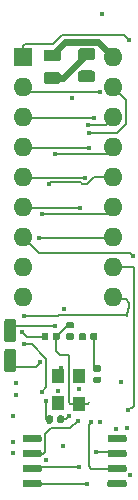
<source format=gbr>
G04 #@! TF.GenerationSoftware,KiCad,Pcbnew,5.1.5+dfsg1-2build2*
G04 #@! TF.CreationDate,2023-02-25T19:10:51+00:00*
G04 #@! TF.ProjectId,video-ram-replacement,76696465-6f2d-4726-916d-2d7265706c61,rev?*
G04 #@! TF.SameCoordinates,Original*
G04 #@! TF.FileFunction,Copper,L4,Bot*
G04 #@! TF.FilePolarity,Positive*
%FSLAX46Y46*%
G04 Gerber Fmt 4.6, Leading zero omitted, Abs format (unit mm)*
G04 Created by KiCad (PCBNEW 5.1.5+dfsg1-2build2) date 2023-02-25 19:10:51*
%MOMM*%
%LPD*%
G04 APERTURE LIST*
%ADD10R,1.100000X1.300000*%
%ADD11C,0.150000*%
%ADD12O,1.600000X1.600000*%
%ADD13R,1.600000X1.600000*%
%ADD14C,0.400000*%
%ADD15C,0.600000*%
%ADD16C,0.200000*%
G04 APERTURE END LIST*
D10*
X102622000Y-116645000D03*
X100822000Y-118935000D03*
X102622000Y-118945000D03*
X100832000Y-116635000D03*
G04 #@! TA.AperFunction,SMDPad,CuDef*
D11*
G36*
X97048504Y-111777204D02*
G01*
X97072773Y-111780804D01*
X97096571Y-111786765D01*
X97119671Y-111795030D01*
X97141849Y-111805520D01*
X97162893Y-111818133D01*
X97182598Y-111832747D01*
X97200777Y-111849223D01*
X97217253Y-111867402D01*
X97231867Y-111887107D01*
X97244480Y-111908151D01*
X97254970Y-111930329D01*
X97263235Y-111953429D01*
X97269196Y-111977227D01*
X97272796Y-112001496D01*
X97274000Y-112026000D01*
X97274000Y-113526000D01*
X97272796Y-113550504D01*
X97269196Y-113574773D01*
X97263235Y-113598571D01*
X97254970Y-113621671D01*
X97244480Y-113643849D01*
X97231867Y-113664893D01*
X97217253Y-113684598D01*
X97200777Y-113702777D01*
X97182598Y-113719253D01*
X97162893Y-113733867D01*
X97141849Y-113746480D01*
X97119671Y-113756970D01*
X97096571Y-113765235D01*
X97072773Y-113771196D01*
X97048504Y-113774796D01*
X97024000Y-113776000D01*
X96524000Y-113776000D01*
X96499496Y-113774796D01*
X96475227Y-113771196D01*
X96451429Y-113765235D01*
X96428329Y-113756970D01*
X96406151Y-113746480D01*
X96385107Y-113733867D01*
X96365402Y-113719253D01*
X96347223Y-113702777D01*
X96330747Y-113684598D01*
X96316133Y-113664893D01*
X96303520Y-113643849D01*
X96293030Y-113621671D01*
X96284765Y-113598571D01*
X96278804Y-113574773D01*
X96275204Y-113550504D01*
X96274000Y-113526000D01*
X96274000Y-112026000D01*
X96275204Y-112001496D01*
X96278804Y-111977227D01*
X96284765Y-111953429D01*
X96293030Y-111930329D01*
X96303520Y-111908151D01*
X96316133Y-111887107D01*
X96330747Y-111867402D01*
X96347223Y-111849223D01*
X96365402Y-111832747D01*
X96385107Y-111818133D01*
X96406151Y-111805520D01*
X96428329Y-111795030D01*
X96451429Y-111786765D01*
X96475227Y-111780804D01*
X96499496Y-111777204D01*
X96524000Y-111776000D01*
X97024000Y-111776000D01*
X97048504Y-111777204D01*
G37*
G04 #@! TD.AperFunction*
G04 #@! TA.AperFunction,SMDPad,CuDef*
G36*
X97048504Y-114317204D02*
G01*
X97072773Y-114320804D01*
X97096571Y-114326765D01*
X97119671Y-114335030D01*
X97141849Y-114345520D01*
X97162893Y-114358133D01*
X97182598Y-114372747D01*
X97200777Y-114389223D01*
X97217253Y-114407402D01*
X97231867Y-114427107D01*
X97244480Y-114448151D01*
X97254970Y-114470329D01*
X97263235Y-114493429D01*
X97269196Y-114517227D01*
X97272796Y-114541496D01*
X97274000Y-114566000D01*
X97274000Y-116066000D01*
X97272796Y-116090504D01*
X97269196Y-116114773D01*
X97263235Y-116138571D01*
X97254970Y-116161671D01*
X97244480Y-116183849D01*
X97231867Y-116204893D01*
X97217253Y-116224598D01*
X97200777Y-116242777D01*
X97182598Y-116259253D01*
X97162893Y-116273867D01*
X97141849Y-116286480D01*
X97119671Y-116296970D01*
X97096571Y-116305235D01*
X97072773Y-116311196D01*
X97048504Y-116314796D01*
X97024000Y-116316000D01*
X96524000Y-116316000D01*
X96499496Y-116314796D01*
X96475227Y-116311196D01*
X96451429Y-116305235D01*
X96428329Y-116296970D01*
X96406151Y-116286480D01*
X96385107Y-116273867D01*
X96365402Y-116259253D01*
X96347223Y-116242777D01*
X96330747Y-116224598D01*
X96316133Y-116204893D01*
X96303520Y-116183849D01*
X96293030Y-116161671D01*
X96284765Y-116138571D01*
X96278804Y-116114773D01*
X96275204Y-116090504D01*
X96274000Y-116066000D01*
X96274000Y-114566000D01*
X96275204Y-114541496D01*
X96278804Y-114517227D01*
X96284765Y-114493429D01*
X96293030Y-114470329D01*
X96303520Y-114448151D01*
X96316133Y-114427107D01*
X96330747Y-114407402D01*
X96347223Y-114389223D01*
X96365402Y-114372747D01*
X96385107Y-114358133D01*
X96406151Y-114345520D01*
X96428329Y-114335030D01*
X96451429Y-114326765D01*
X96475227Y-114320804D01*
X96499496Y-114317204D01*
X96524000Y-114316000D01*
X97024000Y-114316000D01*
X97048504Y-114317204D01*
G37*
G04 #@! TD.AperFunction*
D12*
X105515000Y-89648000D03*
X97895000Y-109968000D03*
X105515000Y-92188000D03*
X97895000Y-107428000D03*
X105515000Y-94728000D03*
X97895000Y-104888000D03*
X105515000Y-97268000D03*
X97895000Y-102348000D03*
X105515000Y-99808000D03*
X97895000Y-99808000D03*
X105515000Y-102348000D03*
X97895000Y-97268000D03*
X105515000Y-104888000D03*
X97895000Y-94728000D03*
X105515000Y-107428000D03*
X97895000Y-92188000D03*
X105515000Y-109968000D03*
D13*
X97895000Y-89648000D03*
G04 #@! TA.AperFunction,SMDPad,CuDef*
D11*
G36*
X99299703Y-121620722D02*
G01*
X99314264Y-121622882D01*
X99328543Y-121626459D01*
X99342403Y-121631418D01*
X99355710Y-121637712D01*
X99368336Y-121645280D01*
X99380159Y-121654048D01*
X99391066Y-121663934D01*
X99400952Y-121674841D01*
X99409720Y-121686664D01*
X99417288Y-121699290D01*
X99423582Y-121712597D01*
X99428541Y-121726457D01*
X99432118Y-121740736D01*
X99434278Y-121755297D01*
X99435000Y-121770000D01*
X99435000Y-122070000D01*
X99434278Y-122084703D01*
X99432118Y-122099264D01*
X99428541Y-122113543D01*
X99423582Y-122127403D01*
X99417288Y-122140710D01*
X99409720Y-122153336D01*
X99400952Y-122165159D01*
X99391066Y-122176066D01*
X99380159Y-122185952D01*
X99368336Y-122194720D01*
X99355710Y-122202288D01*
X99342403Y-122208582D01*
X99328543Y-122213541D01*
X99314264Y-122217118D01*
X99299703Y-122219278D01*
X99285000Y-122220000D01*
X97985000Y-122220000D01*
X97970297Y-122219278D01*
X97955736Y-122217118D01*
X97941457Y-122213541D01*
X97927597Y-122208582D01*
X97914290Y-122202288D01*
X97901664Y-122194720D01*
X97889841Y-122185952D01*
X97878934Y-122176066D01*
X97869048Y-122165159D01*
X97860280Y-122153336D01*
X97852712Y-122140710D01*
X97846418Y-122127403D01*
X97841459Y-122113543D01*
X97837882Y-122099264D01*
X97835722Y-122084703D01*
X97835000Y-122070000D01*
X97835000Y-121770000D01*
X97835722Y-121755297D01*
X97837882Y-121740736D01*
X97841459Y-121726457D01*
X97846418Y-121712597D01*
X97852712Y-121699290D01*
X97860280Y-121686664D01*
X97869048Y-121674841D01*
X97878934Y-121663934D01*
X97889841Y-121654048D01*
X97901664Y-121645280D01*
X97914290Y-121637712D01*
X97927597Y-121631418D01*
X97941457Y-121626459D01*
X97955736Y-121622882D01*
X97970297Y-121620722D01*
X97985000Y-121620000D01*
X99285000Y-121620000D01*
X99299703Y-121620722D01*
G37*
G04 #@! TD.AperFunction*
G04 #@! TA.AperFunction,SMDPad,CuDef*
G36*
X99299703Y-122890722D02*
G01*
X99314264Y-122892882D01*
X99328543Y-122896459D01*
X99342403Y-122901418D01*
X99355710Y-122907712D01*
X99368336Y-122915280D01*
X99380159Y-122924048D01*
X99391066Y-122933934D01*
X99400952Y-122944841D01*
X99409720Y-122956664D01*
X99417288Y-122969290D01*
X99423582Y-122982597D01*
X99428541Y-122996457D01*
X99432118Y-123010736D01*
X99434278Y-123025297D01*
X99435000Y-123040000D01*
X99435000Y-123340000D01*
X99434278Y-123354703D01*
X99432118Y-123369264D01*
X99428541Y-123383543D01*
X99423582Y-123397403D01*
X99417288Y-123410710D01*
X99409720Y-123423336D01*
X99400952Y-123435159D01*
X99391066Y-123446066D01*
X99380159Y-123455952D01*
X99368336Y-123464720D01*
X99355710Y-123472288D01*
X99342403Y-123478582D01*
X99328543Y-123483541D01*
X99314264Y-123487118D01*
X99299703Y-123489278D01*
X99285000Y-123490000D01*
X97985000Y-123490000D01*
X97970297Y-123489278D01*
X97955736Y-123487118D01*
X97941457Y-123483541D01*
X97927597Y-123478582D01*
X97914290Y-123472288D01*
X97901664Y-123464720D01*
X97889841Y-123455952D01*
X97878934Y-123446066D01*
X97869048Y-123435159D01*
X97860280Y-123423336D01*
X97852712Y-123410710D01*
X97846418Y-123397403D01*
X97841459Y-123383543D01*
X97837882Y-123369264D01*
X97835722Y-123354703D01*
X97835000Y-123340000D01*
X97835000Y-123040000D01*
X97835722Y-123025297D01*
X97837882Y-123010736D01*
X97841459Y-122996457D01*
X97846418Y-122982597D01*
X97852712Y-122969290D01*
X97860280Y-122956664D01*
X97869048Y-122944841D01*
X97878934Y-122933934D01*
X97889841Y-122924048D01*
X97901664Y-122915280D01*
X97914290Y-122907712D01*
X97927597Y-122901418D01*
X97941457Y-122896459D01*
X97955736Y-122892882D01*
X97970297Y-122890722D01*
X97985000Y-122890000D01*
X99285000Y-122890000D01*
X99299703Y-122890722D01*
G37*
G04 #@! TD.AperFunction*
G04 #@! TA.AperFunction,SMDPad,CuDef*
G36*
X99299703Y-124160722D02*
G01*
X99314264Y-124162882D01*
X99328543Y-124166459D01*
X99342403Y-124171418D01*
X99355710Y-124177712D01*
X99368336Y-124185280D01*
X99380159Y-124194048D01*
X99391066Y-124203934D01*
X99400952Y-124214841D01*
X99409720Y-124226664D01*
X99417288Y-124239290D01*
X99423582Y-124252597D01*
X99428541Y-124266457D01*
X99432118Y-124280736D01*
X99434278Y-124295297D01*
X99435000Y-124310000D01*
X99435000Y-124610000D01*
X99434278Y-124624703D01*
X99432118Y-124639264D01*
X99428541Y-124653543D01*
X99423582Y-124667403D01*
X99417288Y-124680710D01*
X99409720Y-124693336D01*
X99400952Y-124705159D01*
X99391066Y-124716066D01*
X99380159Y-124725952D01*
X99368336Y-124734720D01*
X99355710Y-124742288D01*
X99342403Y-124748582D01*
X99328543Y-124753541D01*
X99314264Y-124757118D01*
X99299703Y-124759278D01*
X99285000Y-124760000D01*
X97985000Y-124760000D01*
X97970297Y-124759278D01*
X97955736Y-124757118D01*
X97941457Y-124753541D01*
X97927597Y-124748582D01*
X97914290Y-124742288D01*
X97901664Y-124734720D01*
X97889841Y-124725952D01*
X97878934Y-124716066D01*
X97869048Y-124705159D01*
X97860280Y-124693336D01*
X97852712Y-124680710D01*
X97846418Y-124667403D01*
X97841459Y-124653543D01*
X97837882Y-124639264D01*
X97835722Y-124624703D01*
X97835000Y-124610000D01*
X97835000Y-124310000D01*
X97835722Y-124295297D01*
X97837882Y-124280736D01*
X97841459Y-124266457D01*
X97846418Y-124252597D01*
X97852712Y-124239290D01*
X97860280Y-124226664D01*
X97869048Y-124214841D01*
X97878934Y-124203934D01*
X97889841Y-124194048D01*
X97901664Y-124185280D01*
X97914290Y-124177712D01*
X97927597Y-124171418D01*
X97941457Y-124166459D01*
X97955736Y-124162882D01*
X97970297Y-124160722D01*
X97985000Y-124160000D01*
X99285000Y-124160000D01*
X99299703Y-124160722D01*
G37*
G04 #@! TD.AperFunction*
G04 #@! TA.AperFunction,SMDPad,CuDef*
G36*
X99299703Y-125430722D02*
G01*
X99314264Y-125432882D01*
X99328543Y-125436459D01*
X99342403Y-125441418D01*
X99355710Y-125447712D01*
X99368336Y-125455280D01*
X99380159Y-125464048D01*
X99391066Y-125473934D01*
X99400952Y-125484841D01*
X99409720Y-125496664D01*
X99417288Y-125509290D01*
X99423582Y-125522597D01*
X99428541Y-125536457D01*
X99432118Y-125550736D01*
X99434278Y-125565297D01*
X99435000Y-125580000D01*
X99435000Y-125880000D01*
X99434278Y-125894703D01*
X99432118Y-125909264D01*
X99428541Y-125923543D01*
X99423582Y-125937403D01*
X99417288Y-125950710D01*
X99409720Y-125963336D01*
X99400952Y-125975159D01*
X99391066Y-125986066D01*
X99380159Y-125995952D01*
X99368336Y-126004720D01*
X99355710Y-126012288D01*
X99342403Y-126018582D01*
X99328543Y-126023541D01*
X99314264Y-126027118D01*
X99299703Y-126029278D01*
X99285000Y-126030000D01*
X97985000Y-126030000D01*
X97970297Y-126029278D01*
X97955736Y-126027118D01*
X97941457Y-126023541D01*
X97927597Y-126018582D01*
X97914290Y-126012288D01*
X97901664Y-126004720D01*
X97889841Y-125995952D01*
X97878934Y-125986066D01*
X97869048Y-125975159D01*
X97860280Y-125963336D01*
X97852712Y-125950710D01*
X97846418Y-125937403D01*
X97841459Y-125923543D01*
X97837882Y-125909264D01*
X97835722Y-125894703D01*
X97835000Y-125880000D01*
X97835000Y-125580000D01*
X97835722Y-125565297D01*
X97837882Y-125550736D01*
X97841459Y-125536457D01*
X97846418Y-125522597D01*
X97852712Y-125509290D01*
X97860280Y-125496664D01*
X97869048Y-125484841D01*
X97878934Y-125473934D01*
X97889841Y-125464048D01*
X97901664Y-125455280D01*
X97914290Y-125447712D01*
X97927597Y-125441418D01*
X97941457Y-125436459D01*
X97955736Y-125432882D01*
X97970297Y-125430722D01*
X97985000Y-125430000D01*
X99285000Y-125430000D01*
X99299703Y-125430722D01*
G37*
G04 #@! TD.AperFunction*
G04 #@! TA.AperFunction,SMDPad,CuDef*
G36*
X106499703Y-125430722D02*
G01*
X106514264Y-125432882D01*
X106528543Y-125436459D01*
X106542403Y-125441418D01*
X106555710Y-125447712D01*
X106568336Y-125455280D01*
X106580159Y-125464048D01*
X106591066Y-125473934D01*
X106600952Y-125484841D01*
X106609720Y-125496664D01*
X106617288Y-125509290D01*
X106623582Y-125522597D01*
X106628541Y-125536457D01*
X106632118Y-125550736D01*
X106634278Y-125565297D01*
X106635000Y-125580000D01*
X106635000Y-125880000D01*
X106634278Y-125894703D01*
X106632118Y-125909264D01*
X106628541Y-125923543D01*
X106623582Y-125937403D01*
X106617288Y-125950710D01*
X106609720Y-125963336D01*
X106600952Y-125975159D01*
X106591066Y-125986066D01*
X106580159Y-125995952D01*
X106568336Y-126004720D01*
X106555710Y-126012288D01*
X106542403Y-126018582D01*
X106528543Y-126023541D01*
X106514264Y-126027118D01*
X106499703Y-126029278D01*
X106485000Y-126030000D01*
X105185000Y-126030000D01*
X105170297Y-126029278D01*
X105155736Y-126027118D01*
X105141457Y-126023541D01*
X105127597Y-126018582D01*
X105114290Y-126012288D01*
X105101664Y-126004720D01*
X105089841Y-125995952D01*
X105078934Y-125986066D01*
X105069048Y-125975159D01*
X105060280Y-125963336D01*
X105052712Y-125950710D01*
X105046418Y-125937403D01*
X105041459Y-125923543D01*
X105037882Y-125909264D01*
X105035722Y-125894703D01*
X105035000Y-125880000D01*
X105035000Y-125580000D01*
X105035722Y-125565297D01*
X105037882Y-125550736D01*
X105041459Y-125536457D01*
X105046418Y-125522597D01*
X105052712Y-125509290D01*
X105060280Y-125496664D01*
X105069048Y-125484841D01*
X105078934Y-125473934D01*
X105089841Y-125464048D01*
X105101664Y-125455280D01*
X105114290Y-125447712D01*
X105127597Y-125441418D01*
X105141457Y-125436459D01*
X105155736Y-125432882D01*
X105170297Y-125430722D01*
X105185000Y-125430000D01*
X106485000Y-125430000D01*
X106499703Y-125430722D01*
G37*
G04 #@! TD.AperFunction*
G04 #@! TA.AperFunction,SMDPad,CuDef*
G36*
X106499703Y-124160722D02*
G01*
X106514264Y-124162882D01*
X106528543Y-124166459D01*
X106542403Y-124171418D01*
X106555710Y-124177712D01*
X106568336Y-124185280D01*
X106580159Y-124194048D01*
X106591066Y-124203934D01*
X106600952Y-124214841D01*
X106609720Y-124226664D01*
X106617288Y-124239290D01*
X106623582Y-124252597D01*
X106628541Y-124266457D01*
X106632118Y-124280736D01*
X106634278Y-124295297D01*
X106635000Y-124310000D01*
X106635000Y-124610000D01*
X106634278Y-124624703D01*
X106632118Y-124639264D01*
X106628541Y-124653543D01*
X106623582Y-124667403D01*
X106617288Y-124680710D01*
X106609720Y-124693336D01*
X106600952Y-124705159D01*
X106591066Y-124716066D01*
X106580159Y-124725952D01*
X106568336Y-124734720D01*
X106555710Y-124742288D01*
X106542403Y-124748582D01*
X106528543Y-124753541D01*
X106514264Y-124757118D01*
X106499703Y-124759278D01*
X106485000Y-124760000D01*
X105185000Y-124760000D01*
X105170297Y-124759278D01*
X105155736Y-124757118D01*
X105141457Y-124753541D01*
X105127597Y-124748582D01*
X105114290Y-124742288D01*
X105101664Y-124734720D01*
X105089841Y-124725952D01*
X105078934Y-124716066D01*
X105069048Y-124705159D01*
X105060280Y-124693336D01*
X105052712Y-124680710D01*
X105046418Y-124667403D01*
X105041459Y-124653543D01*
X105037882Y-124639264D01*
X105035722Y-124624703D01*
X105035000Y-124610000D01*
X105035000Y-124310000D01*
X105035722Y-124295297D01*
X105037882Y-124280736D01*
X105041459Y-124266457D01*
X105046418Y-124252597D01*
X105052712Y-124239290D01*
X105060280Y-124226664D01*
X105069048Y-124214841D01*
X105078934Y-124203934D01*
X105089841Y-124194048D01*
X105101664Y-124185280D01*
X105114290Y-124177712D01*
X105127597Y-124171418D01*
X105141457Y-124166459D01*
X105155736Y-124162882D01*
X105170297Y-124160722D01*
X105185000Y-124160000D01*
X106485000Y-124160000D01*
X106499703Y-124160722D01*
G37*
G04 #@! TD.AperFunction*
G04 #@! TA.AperFunction,SMDPad,CuDef*
G36*
X106499703Y-122890722D02*
G01*
X106514264Y-122892882D01*
X106528543Y-122896459D01*
X106542403Y-122901418D01*
X106555710Y-122907712D01*
X106568336Y-122915280D01*
X106580159Y-122924048D01*
X106591066Y-122933934D01*
X106600952Y-122944841D01*
X106609720Y-122956664D01*
X106617288Y-122969290D01*
X106623582Y-122982597D01*
X106628541Y-122996457D01*
X106632118Y-123010736D01*
X106634278Y-123025297D01*
X106635000Y-123040000D01*
X106635000Y-123340000D01*
X106634278Y-123354703D01*
X106632118Y-123369264D01*
X106628541Y-123383543D01*
X106623582Y-123397403D01*
X106617288Y-123410710D01*
X106609720Y-123423336D01*
X106600952Y-123435159D01*
X106591066Y-123446066D01*
X106580159Y-123455952D01*
X106568336Y-123464720D01*
X106555710Y-123472288D01*
X106542403Y-123478582D01*
X106528543Y-123483541D01*
X106514264Y-123487118D01*
X106499703Y-123489278D01*
X106485000Y-123490000D01*
X105185000Y-123490000D01*
X105170297Y-123489278D01*
X105155736Y-123487118D01*
X105141457Y-123483541D01*
X105127597Y-123478582D01*
X105114290Y-123472288D01*
X105101664Y-123464720D01*
X105089841Y-123455952D01*
X105078934Y-123446066D01*
X105069048Y-123435159D01*
X105060280Y-123423336D01*
X105052712Y-123410710D01*
X105046418Y-123397403D01*
X105041459Y-123383543D01*
X105037882Y-123369264D01*
X105035722Y-123354703D01*
X105035000Y-123340000D01*
X105035000Y-123040000D01*
X105035722Y-123025297D01*
X105037882Y-123010736D01*
X105041459Y-122996457D01*
X105046418Y-122982597D01*
X105052712Y-122969290D01*
X105060280Y-122956664D01*
X105069048Y-122944841D01*
X105078934Y-122933934D01*
X105089841Y-122924048D01*
X105101664Y-122915280D01*
X105114290Y-122907712D01*
X105127597Y-122901418D01*
X105141457Y-122896459D01*
X105155736Y-122892882D01*
X105170297Y-122890722D01*
X105185000Y-122890000D01*
X106485000Y-122890000D01*
X106499703Y-122890722D01*
G37*
G04 #@! TD.AperFunction*
G04 #@! TA.AperFunction,SMDPad,CuDef*
G36*
X106499703Y-121620722D02*
G01*
X106514264Y-121622882D01*
X106528543Y-121626459D01*
X106542403Y-121631418D01*
X106555710Y-121637712D01*
X106568336Y-121645280D01*
X106580159Y-121654048D01*
X106591066Y-121663934D01*
X106600952Y-121674841D01*
X106609720Y-121686664D01*
X106617288Y-121699290D01*
X106623582Y-121712597D01*
X106628541Y-121726457D01*
X106632118Y-121740736D01*
X106634278Y-121755297D01*
X106635000Y-121770000D01*
X106635000Y-122070000D01*
X106634278Y-122084703D01*
X106632118Y-122099264D01*
X106628541Y-122113543D01*
X106623582Y-122127403D01*
X106617288Y-122140710D01*
X106609720Y-122153336D01*
X106600952Y-122165159D01*
X106591066Y-122176066D01*
X106580159Y-122185952D01*
X106568336Y-122194720D01*
X106555710Y-122202288D01*
X106542403Y-122208582D01*
X106528543Y-122213541D01*
X106514264Y-122217118D01*
X106499703Y-122219278D01*
X106485000Y-122220000D01*
X105185000Y-122220000D01*
X105170297Y-122219278D01*
X105155736Y-122217118D01*
X105141457Y-122213541D01*
X105127597Y-122208582D01*
X105114290Y-122202288D01*
X105101664Y-122194720D01*
X105089841Y-122185952D01*
X105078934Y-122176066D01*
X105069048Y-122165159D01*
X105060280Y-122153336D01*
X105052712Y-122140710D01*
X105046418Y-122127403D01*
X105041459Y-122113543D01*
X105037882Y-122099264D01*
X105035722Y-122084703D01*
X105035000Y-122070000D01*
X105035000Y-121770000D01*
X105035722Y-121755297D01*
X105037882Y-121740736D01*
X105041459Y-121726457D01*
X105046418Y-121712597D01*
X105052712Y-121699290D01*
X105060280Y-121686664D01*
X105069048Y-121674841D01*
X105078934Y-121663934D01*
X105089841Y-121654048D01*
X105101664Y-121645280D01*
X105114290Y-121637712D01*
X105127597Y-121631418D01*
X105141457Y-121626459D01*
X105155736Y-121622882D01*
X105170297Y-121620722D01*
X105185000Y-121620000D01*
X106485000Y-121620000D01*
X106499703Y-121620722D01*
G37*
G04 #@! TD.AperFunction*
G04 #@! TA.AperFunction,SMDPad,CuDef*
G36*
X103750504Y-88848204D02*
G01*
X103774773Y-88851804D01*
X103798571Y-88857765D01*
X103821671Y-88866030D01*
X103843849Y-88876520D01*
X103864893Y-88889133D01*
X103884598Y-88903747D01*
X103902777Y-88920223D01*
X103919253Y-88938402D01*
X103933867Y-88958107D01*
X103946480Y-88979151D01*
X103956970Y-89001329D01*
X103965235Y-89024429D01*
X103971196Y-89048227D01*
X103974796Y-89072496D01*
X103976000Y-89097000D01*
X103976000Y-89597000D01*
X103974796Y-89621504D01*
X103971196Y-89645773D01*
X103965235Y-89669571D01*
X103956970Y-89692671D01*
X103946480Y-89714849D01*
X103933867Y-89735893D01*
X103919253Y-89755598D01*
X103902777Y-89773777D01*
X103884598Y-89790253D01*
X103864893Y-89804867D01*
X103843849Y-89817480D01*
X103821671Y-89827970D01*
X103798571Y-89836235D01*
X103774773Y-89842196D01*
X103750504Y-89845796D01*
X103726000Y-89847000D01*
X102776000Y-89847000D01*
X102751496Y-89845796D01*
X102727227Y-89842196D01*
X102703429Y-89836235D01*
X102680329Y-89827970D01*
X102658151Y-89817480D01*
X102637107Y-89804867D01*
X102617402Y-89790253D01*
X102599223Y-89773777D01*
X102582747Y-89755598D01*
X102568133Y-89735893D01*
X102555520Y-89714849D01*
X102545030Y-89692671D01*
X102536765Y-89669571D01*
X102530804Y-89645773D01*
X102527204Y-89621504D01*
X102526000Y-89597000D01*
X102526000Y-89097000D01*
X102527204Y-89072496D01*
X102530804Y-89048227D01*
X102536765Y-89024429D01*
X102545030Y-89001329D01*
X102555520Y-88979151D01*
X102568133Y-88958107D01*
X102582747Y-88938402D01*
X102599223Y-88920223D01*
X102617402Y-88903747D01*
X102637107Y-88889133D01*
X102658151Y-88876520D01*
X102680329Y-88866030D01*
X102703429Y-88857765D01*
X102727227Y-88851804D01*
X102751496Y-88848204D01*
X102776000Y-88847000D01*
X103726000Y-88847000D01*
X103750504Y-88848204D01*
G37*
G04 #@! TD.AperFunction*
G04 #@! TA.AperFunction,SMDPad,CuDef*
G36*
X103750504Y-90748204D02*
G01*
X103774773Y-90751804D01*
X103798571Y-90757765D01*
X103821671Y-90766030D01*
X103843849Y-90776520D01*
X103864893Y-90789133D01*
X103884598Y-90803747D01*
X103902777Y-90820223D01*
X103919253Y-90838402D01*
X103933867Y-90858107D01*
X103946480Y-90879151D01*
X103956970Y-90901329D01*
X103965235Y-90924429D01*
X103971196Y-90948227D01*
X103974796Y-90972496D01*
X103976000Y-90997000D01*
X103976000Y-91497000D01*
X103974796Y-91521504D01*
X103971196Y-91545773D01*
X103965235Y-91569571D01*
X103956970Y-91592671D01*
X103946480Y-91614849D01*
X103933867Y-91635893D01*
X103919253Y-91655598D01*
X103902777Y-91673777D01*
X103884598Y-91690253D01*
X103864893Y-91704867D01*
X103843849Y-91717480D01*
X103821671Y-91727970D01*
X103798571Y-91736235D01*
X103774773Y-91742196D01*
X103750504Y-91745796D01*
X103726000Y-91747000D01*
X102776000Y-91747000D01*
X102751496Y-91745796D01*
X102727227Y-91742196D01*
X102703429Y-91736235D01*
X102680329Y-91727970D01*
X102658151Y-91717480D01*
X102637107Y-91704867D01*
X102617402Y-91690253D01*
X102599223Y-91673777D01*
X102582747Y-91655598D01*
X102568133Y-91635893D01*
X102555520Y-91614849D01*
X102545030Y-91592671D01*
X102536765Y-91569571D01*
X102530804Y-91545773D01*
X102527204Y-91521504D01*
X102526000Y-91497000D01*
X102526000Y-90997000D01*
X102527204Y-90972496D01*
X102530804Y-90948227D01*
X102536765Y-90924429D01*
X102545030Y-90901329D01*
X102555520Y-90879151D01*
X102568133Y-90858107D01*
X102582747Y-90838402D01*
X102599223Y-90820223D01*
X102617402Y-90803747D01*
X102637107Y-90789133D01*
X102658151Y-90776520D01*
X102680329Y-90766030D01*
X102703429Y-90757765D01*
X102727227Y-90751804D01*
X102751496Y-90748204D01*
X102776000Y-90747000D01*
X103726000Y-90747000D01*
X103750504Y-90748204D01*
G37*
G04 #@! TD.AperFunction*
G04 #@! TA.AperFunction,SMDPad,CuDef*
G36*
X100829504Y-90875204D02*
G01*
X100853773Y-90878804D01*
X100877571Y-90884765D01*
X100900671Y-90893030D01*
X100922849Y-90903520D01*
X100943893Y-90916133D01*
X100963598Y-90930747D01*
X100981777Y-90947223D01*
X100998253Y-90965402D01*
X101012867Y-90985107D01*
X101025480Y-91006151D01*
X101035970Y-91028329D01*
X101044235Y-91051429D01*
X101050196Y-91075227D01*
X101053796Y-91099496D01*
X101055000Y-91124000D01*
X101055000Y-91624000D01*
X101053796Y-91648504D01*
X101050196Y-91672773D01*
X101044235Y-91696571D01*
X101035970Y-91719671D01*
X101025480Y-91741849D01*
X101012867Y-91762893D01*
X100998253Y-91782598D01*
X100981777Y-91800777D01*
X100963598Y-91817253D01*
X100943893Y-91831867D01*
X100922849Y-91844480D01*
X100900671Y-91854970D01*
X100877571Y-91863235D01*
X100853773Y-91869196D01*
X100829504Y-91872796D01*
X100805000Y-91874000D01*
X99855000Y-91874000D01*
X99830496Y-91872796D01*
X99806227Y-91869196D01*
X99782429Y-91863235D01*
X99759329Y-91854970D01*
X99737151Y-91844480D01*
X99716107Y-91831867D01*
X99696402Y-91817253D01*
X99678223Y-91800777D01*
X99661747Y-91782598D01*
X99647133Y-91762893D01*
X99634520Y-91741849D01*
X99624030Y-91719671D01*
X99615765Y-91696571D01*
X99609804Y-91672773D01*
X99606204Y-91648504D01*
X99605000Y-91624000D01*
X99605000Y-91124000D01*
X99606204Y-91099496D01*
X99609804Y-91075227D01*
X99615765Y-91051429D01*
X99624030Y-91028329D01*
X99634520Y-91006151D01*
X99647133Y-90985107D01*
X99661747Y-90965402D01*
X99678223Y-90947223D01*
X99696402Y-90930747D01*
X99716107Y-90916133D01*
X99737151Y-90903520D01*
X99759329Y-90893030D01*
X99782429Y-90884765D01*
X99806227Y-90878804D01*
X99830496Y-90875204D01*
X99855000Y-90874000D01*
X100805000Y-90874000D01*
X100829504Y-90875204D01*
G37*
G04 #@! TD.AperFunction*
G04 #@! TA.AperFunction,SMDPad,CuDef*
G36*
X100829504Y-88975204D02*
G01*
X100853773Y-88978804D01*
X100877571Y-88984765D01*
X100900671Y-88993030D01*
X100922849Y-89003520D01*
X100943893Y-89016133D01*
X100963598Y-89030747D01*
X100981777Y-89047223D01*
X100998253Y-89065402D01*
X101012867Y-89085107D01*
X101025480Y-89106151D01*
X101035970Y-89128329D01*
X101044235Y-89151429D01*
X101050196Y-89175227D01*
X101053796Y-89199496D01*
X101055000Y-89224000D01*
X101055000Y-89724000D01*
X101053796Y-89748504D01*
X101050196Y-89772773D01*
X101044235Y-89796571D01*
X101035970Y-89819671D01*
X101025480Y-89841849D01*
X101012867Y-89862893D01*
X100998253Y-89882598D01*
X100981777Y-89900777D01*
X100963598Y-89917253D01*
X100943893Y-89931867D01*
X100922849Y-89944480D01*
X100900671Y-89954970D01*
X100877571Y-89963235D01*
X100853773Y-89969196D01*
X100829504Y-89972796D01*
X100805000Y-89974000D01*
X99855000Y-89974000D01*
X99830496Y-89972796D01*
X99806227Y-89969196D01*
X99782429Y-89963235D01*
X99759329Y-89954970D01*
X99737151Y-89944480D01*
X99716107Y-89931867D01*
X99696402Y-89917253D01*
X99678223Y-89900777D01*
X99661747Y-89882598D01*
X99647133Y-89862893D01*
X99634520Y-89841849D01*
X99624030Y-89819671D01*
X99615765Y-89796571D01*
X99609804Y-89772773D01*
X99606204Y-89748504D01*
X99605000Y-89724000D01*
X99605000Y-89224000D01*
X99606204Y-89199496D01*
X99609804Y-89175227D01*
X99615765Y-89151429D01*
X99624030Y-89128329D01*
X99634520Y-89106151D01*
X99647133Y-89085107D01*
X99661747Y-89065402D01*
X99678223Y-89047223D01*
X99696402Y-89030747D01*
X99716107Y-89016133D01*
X99737151Y-89003520D01*
X99759329Y-88993030D01*
X99782429Y-88984765D01*
X99806227Y-88978804D01*
X99830496Y-88975204D01*
X99855000Y-88974000D01*
X100805000Y-88974000D01*
X100829504Y-88975204D01*
G37*
G04 #@! TD.AperFunction*
G04 #@! TA.AperFunction,SMDPad,CuDef*
G36*
X104323722Y-115699674D02*
G01*
X104337313Y-115701690D01*
X104350640Y-115705028D01*
X104363576Y-115709657D01*
X104375996Y-115715531D01*
X104387780Y-115722594D01*
X104398815Y-115730779D01*
X104408995Y-115740005D01*
X104418221Y-115750185D01*
X104426406Y-115761220D01*
X104433469Y-115773004D01*
X104439343Y-115785424D01*
X104443972Y-115798360D01*
X104447310Y-115811687D01*
X104449326Y-115825278D01*
X104450000Y-115839000D01*
X104450000Y-116119000D01*
X104449326Y-116132722D01*
X104447310Y-116146313D01*
X104443972Y-116159640D01*
X104439343Y-116172576D01*
X104433469Y-116184996D01*
X104426406Y-116196780D01*
X104418221Y-116207815D01*
X104408995Y-116217995D01*
X104398815Y-116227221D01*
X104387780Y-116235406D01*
X104375996Y-116242469D01*
X104363576Y-116248343D01*
X104350640Y-116252972D01*
X104337313Y-116256310D01*
X104323722Y-116258326D01*
X104310000Y-116259000D01*
X103970000Y-116259000D01*
X103956278Y-116258326D01*
X103942687Y-116256310D01*
X103929360Y-116252972D01*
X103916424Y-116248343D01*
X103904004Y-116242469D01*
X103892220Y-116235406D01*
X103881185Y-116227221D01*
X103871005Y-116217995D01*
X103861779Y-116207815D01*
X103853594Y-116196780D01*
X103846531Y-116184996D01*
X103840657Y-116172576D01*
X103836028Y-116159640D01*
X103832690Y-116146313D01*
X103830674Y-116132722D01*
X103830000Y-116119000D01*
X103830000Y-115839000D01*
X103830674Y-115825278D01*
X103832690Y-115811687D01*
X103836028Y-115798360D01*
X103840657Y-115785424D01*
X103846531Y-115773004D01*
X103853594Y-115761220D01*
X103861779Y-115750185D01*
X103871005Y-115740005D01*
X103881185Y-115730779D01*
X103892220Y-115722594D01*
X103904004Y-115715531D01*
X103916424Y-115709657D01*
X103929360Y-115705028D01*
X103942687Y-115701690D01*
X103956278Y-115699674D01*
X103970000Y-115699000D01*
X104310000Y-115699000D01*
X104323722Y-115699674D01*
G37*
G04 #@! TD.AperFunction*
G04 #@! TA.AperFunction,SMDPad,CuDef*
G36*
X104323722Y-116659674D02*
G01*
X104337313Y-116661690D01*
X104350640Y-116665028D01*
X104363576Y-116669657D01*
X104375996Y-116675531D01*
X104387780Y-116682594D01*
X104398815Y-116690779D01*
X104408995Y-116700005D01*
X104418221Y-116710185D01*
X104426406Y-116721220D01*
X104433469Y-116733004D01*
X104439343Y-116745424D01*
X104443972Y-116758360D01*
X104447310Y-116771687D01*
X104449326Y-116785278D01*
X104450000Y-116799000D01*
X104450000Y-117079000D01*
X104449326Y-117092722D01*
X104447310Y-117106313D01*
X104443972Y-117119640D01*
X104439343Y-117132576D01*
X104433469Y-117144996D01*
X104426406Y-117156780D01*
X104418221Y-117167815D01*
X104408995Y-117177995D01*
X104398815Y-117187221D01*
X104387780Y-117195406D01*
X104375996Y-117202469D01*
X104363576Y-117208343D01*
X104350640Y-117212972D01*
X104337313Y-117216310D01*
X104323722Y-117218326D01*
X104310000Y-117219000D01*
X103970000Y-117219000D01*
X103956278Y-117218326D01*
X103942687Y-117216310D01*
X103929360Y-117212972D01*
X103916424Y-117208343D01*
X103904004Y-117202469D01*
X103892220Y-117195406D01*
X103881185Y-117187221D01*
X103871005Y-117177995D01*
X103861779Y-117167815D01*
X103853594Y-117156780D01*
X103846531Y-117144996D01*
X103840657Y-117132576D01*
X103836028Y-117119640D01*
X103832690Y-117106313D01*
X103830674Y-117092722D01*
X103830000Y-117079000D01*
X103830000Y-116799000D01*
X103830674Y-116785278D01*
X103832690Y-116771687D01*
X103836028Y-116758360D01*
X103840657Y-116745424D01*
X103846531Y-116733004D01*
X103853594Y-116721220D01*
X103861779Y-116710185D01*
X103871005Y-116700005D01*
X103881185Y-116690779D01*
X103892220Y-116682594D01*
X103904004Y-116675531D01*
X103916424Y-116669657D01*
X103929360Y-116665028D01*
X103942687Y-116661690D01*
X103956278Y-116659674D01*
X103970000Y-116659000D01*
X104310000Y-116659000D01*
X104323722Y-116659674D01*
G37*
G04 #@! TD.AperFunction*
G04 #@! TA.AperFunction,SMDPad,CuDef*
G36*
X102037722Y-112016674D02*
G01*
X102051313Y-112018690D01*
X102064640Y-112022028D01*
X102077576Y-112026657D01*
X102089996Y-112032531D01*
X102101780Y-112039594D01*
X102112815Y-112047779D01*
X102122995Y-112057005D01*
X102132221Y-112067185D01*
X102140406Y-112078220D01*
X102147469Y-112090004D01*
X102153343Y-112102424D01*
X102157972Y-112115360D01*
X102161310Y-112128687D01*
X102163326Y-112142278D01*
X102164000Y-112156000D01*
X102164000Y-112436000D01*
X102163326Y-112449722D01*
X102161310Y-112463313D01*
X102157972Y-112476640D01*
X102153343Y-112489576D01*
X102147469Y-112501996D01*
X102140406Y-112513780D01*
X102132221Y-112524815D01*
X102122995Y-112534995D01*
X102112815Y-112544221D01*
X102101780Y-112552406D01*
X102089996Y-112559469D01*
X102077576Y-112565343D01*
X102064640Y-112569972D01*
X102051313Y-112573310D01*
X102037722Y-112575326D01*
X102024000Y-112576000D01*
X101684000Y-112576000D01*
X101670278Y-112575326D01*
X101656687Y-112573310D01*
X101643360Y-112569972D01*
X101630424Y-112565343D01*
X101618004Y-112559469D01*
X101606220Y-112552406D01*
X101595185Y-112544221D01*
X101585005Y-112534995D01*
X101575779Y-112524815D01*
X101567594Y-112513780D01*
X101560531Y-112501996D01*
X101554657Y-112489576D01*
X101550028Y-112476640D01*
X101546690Y-112463313D01*
X101544674Y-112449722D01*
X101544000Y-112436000D01*
X101544000Y-112156000D01*
X101544674Y-112142278D01*
X101546690Y-112128687D01*
X101550028Y-112115360D01*
X101554657Y-112102424D01*
X101560531Y-112090004D01*
X101567594Y-112078220D01*
X101575779Y-112067185D01*
X101585005Y-112057005D01*
X101595185Y-112047779D01*
X101606220Y-112039594D01*
X101618004Y-112032531D01*
X101630424Y-112026657D01*
X101643360Y-112022028D01*
X101656687Y-112018690D01*
X101670278Y-112016674D01*
X101684000Y-112016000D01*
X102024000Y-112016000D01*
X102037722Y-112016674D01*
G37*
G04 #@! TD.AperFunction*
G04 #@! TA.AperFunction,SMDPad,CuDef*
G36*
X102037722Y-112976674D02*
G01*
X102051313Y-112978690D01*
X102064640Y-112982028D01*
X102077576Y-112986657D01*
X102089996Y-112992531D01*
X102101780Y-112999594D01*
X102112815Y-113007779D01*
X102122995Y-113017005D01*
X102132221Y-113027185D01*
X102140406Y-113038220D01*
X102147469Y-113050004D01*
X102153343Y-113062424D01*
X102157972Y-113075360D01*
X102161310Y-113088687D01*
X102163326Y-113102278D01*
X102164000Y-113116000D01*
X102164000Y-113396000D01*
X102163326Y-113409722D01*
X102161310Y-113423313D01*
X102157972Y-113436640D01*
X102153343Y-113449576D01*
X102147469Y-113461996D01*
X102140406Y-113473780D01*
X102132221Y-113484815D01*
X102122995Y-113494995D01*
X102112815Y-113504221D01*
X102101780Y-113512406D01*
X102089996Y-113519469D01*
X102077576Y-113525343D01*
X102064640Y-113529972D01*
X102051313Y-113533310D01*
X102037722Y-113535326D01*
X102024000Y-113536000D01*
X101684000Y-113536000D01*
X101670278Y-113535326D01*
X101656687Y-113533310D01*
X101643360Y-113529972D01*
X101630424Y-113525343D01*
X101618004Y-113519469D01*
X101606220Y-113512406D01*
X101595185Y-113504221D01*
X101585005Y-113494995D01*
X101575779Y-113484815D01*
X101567594Y-113473780D01*
X101560531Y-113461996D01*
X101554657Y-113449576D01*
X101550028Y-113436640D01*
X101546690Y-113423313D01*
X101544674Y-113409722D01*
X101544000Y-113396000D01*
X101544000Y-113116000D01*
X101544674Y-113102278D01*
X101546690Y-113088687D01*
X101550028Y-113075360D01*
X101554657Y-113062424D01*
X101560531Y-113050004D01*
X101567594Y-113038220D01*
X101575779Y-113027185D01*
X101585005Y-113017005D01*
X101595185Y-113007779D01*
X101606220Y-112999594D01*
X101618004Y-112992531D01*
X101630424Y-112986657D01*
X101643360Y-112982028D01*
X101656687Y-112978690D01*
X101670278Y-112976674D01*
X101684000Y-112976000D01*
X102024000Y-112976000D01*
X102037722Y-112976674D01*
G37*
G04 #@! TD.AperFunction*
G04 #@! TA.AperFunction,SMDPad,CuDef*
G36*
X101217722Y-119959674D02*
G01*
X101231313Y-119961690D01*
X101244640Y-119965028D01*
X101257576Y-119969657D01*
X101269996Y-119975531D01*
X101281780Y-119982594D01*
X101292815Y-119990779D01*
X101302995Y-120000005D01*
X101312221Y-120010185D01*
X101320406Y-120021220D01*
X101327469Y-120033004D01*
X101333343Y-120045424D01*
X101337972Y-120058360D01*
X101341310Y-120071687D01*
X101343326Y-120085278D01*
X101344000Y-120099000D01*
X101344000Y-120439000D01*
X101343326Y-120452722D01*
X101341310Y-120466313D01*
X101337972Y-120479640D01*
X101333343Y-120492576D01*
X101327469Y-120504996D01*
X101320406Y-120516780D01*
X101312221Y-120527815D01*
X101302995Y-120537995D01*
X101292815Y-120547221D01*
X101281780Y-120555406D01*
X101269996Y-120562469D01*
X101257576Y-120568343D01*
X101244640Y-120572972D01*
X101231313Y-120576310D01*
X101217722Y-120578326D01*
X101204000Y-120579000D01*
X100924000Y-120579000D01*
X100910278Y-120578326D01*
X100896687Y-120576310D01*
X100883360Y-120572972D01*
X100870424Y-120568343D01*
X100858004Y-120562469D01*
X100846220Y-120555406D01*
X100835185Y-120547221D01*
X100825005Y-120537995D01*
X100815779Y-120527815D01*
X100807594Y-120516780D01*
X100800531Y-120504996D01*
X100794657Y-120492576D01*
X100790028Y-120479640D01*
X100786690Y-120466313D01*
X100784674Y-120452722D01*
X100784000Y-120439000D01*
X100784000Y-120099000D01*
X100784674Y-120085278D01*
X100786690Y-120071687D01*
X100790028Y-120058360D01*
X100794657Y-120045424D01*
X100800531Y-120033004D01*
X100807594Y-120021220D01*
X100815779Y-120010185D01*
X100825005Y-120000005D01*
X100835185Y-119990779D01*
X100846220Y-119982594D01*
X100858004Y-119975531D01*
X100870424Y-119969657D01*
X100883360Y-119965028D01*
X100896687Y-119961690D01*
X100910278Y-119959674D01*
X100924000Y-119959000D01*
X101204000Y-119959000D01*
X101217722Y-119959674D01*
G37*
G04 #@! TD.AperFunction*
G04 #@! TA.AperFunction,SMDPad,CuDef*
G36*
X100257722Y-119959674D02*
G01*
X100271313Y-119961690D01*
X100284640Y-119965028D01*
X100297576Y-119969657D01*
X100309996Y-119975531D01*
X100321780Y-119982594D01*
X100332815Y-119990779D01*
X100342995Y-120000005D01*
X100352221Y-120010185D01*
X100360406Y-120021220D01*
X100367469Y-120033004D01*
X100373343Y-120045424D01*
X100377972Y-120058360D01*
X100381310Y-120071687D01*
X100383326Y-120085278D01*
X100384000Y-120099000D01*
X100384000Y-120439000D01*
X100383326Y-120452722D01*
X100381310Y-120466313D01*
X100377972Y-120479640D01*
X100373343Y-120492576D01*
X100367469Y-120504996D01*
X100360406Y-120516780D01*
X100352221Y-120527815D01*
X100342995Y-120537995D01*
X100332815Y-120547221D01*
X100321780Y-120555406D01*
X100309996Y-120562469D01*
X100297576Y-120568343D01*
X100284640Y-120572972D01*
X100271313Y-120576310D01*
X100257722Y-120578326D01*
X100244000Y-120579000D01*
X99964000Y-120579000D01*
X99950278Y-120578326D01*
X99936687Y-120576310D01*
X99923360Y-120572972D01*
X99910424Y-120568343D01*
X99898004Y-120562469D01*
X99886220Y-120555406D01*
X99875185Y-120547221D01*
X99865005Y-120537995D01*
X99855779Y-120527815D01*
X99847594Y-120516780D01*
X99840531Y-120504996D01*
X99834657Y-120492576D01*
X99830028Y-120479640D01*
X99826690Y-120466313D01*
X99824674Y-120452722D01*
X99824000Y-120439000D01*
X99824000Y-120099000D01*
X99824674Y-120085278D01*
X99826690Y-120071687D01*
X99830028Y-120058360D01*
X99834657Y-120045424D01*
X99840531Y-120033004D01*
X99847594Y-120021220D01*
X99855779Y-120010185D01*
X99865005Y-120000005D01*
X99875185Y-119990779D01*
X99886220Y-119982594D01*
X99898004Y-119975531D01*
X99910424Y-119969657D01*
X99923360Y-119965028D01*
X99936687Y-119961690D01*
X99950278Y-119959674D01*
X99964000Y-119959000D01*
X100244000Y-119959000D01*
X100257722Y-119959674D01*
G37*
G04 #@! TD.AperFunction*
G04 #@! TA.AperFunction,SMDPad,CuDef*
G36*
X99876722Y-112974674D02*
G01*
X99890313Y-112976690D01*
X99903640Y-112980028D01*
X99916576Y-112984657D01*
X99928996Y-112990531D01*
X99940780Y-112997594D01*
X99951815Y-113005779D01*
X99961995Y-113015005D01*
X99971221Y-113025185D01*
X99979406Y-113036220D01*
X99986469Y-113048004D01*
X99992343Y-113060424D01*
X99996972Y-113073360D01*
X100000310Y-113086687D01*
X100002326Y-113100278D01*
X100003000Y-113114000D01*
X100003000Y-113454000D01*
X100002326Y-113467722D01*
X100000310Y-113481313D01*
X99996972Y-113494640D01*
X99992343Y-113507576D01*
X99986469Y-113519996D01*
X99979406Y-113531780D01*
X99971221Y-113542815D01*
X99961995Y-113552995D01*
X99951815Y-113562221D01*
X99940780Y-113570406D01*
X99928996Y-113577469D01*
X99916576Y-113583343D01*
X99903640Y-113587972D01*
X99890313Y-113591310D01*
X99876722Y-113593326D01*
X99863000Y-113594000D01*
X99583000Y-113594000D01*
X99569278Y-113593326D01*
X99555687Y-113591310D01*
X99542360Y-113587972D01*
X99529424Y-113583343D01*
X99517004Y-113577469D01*
X99505220Y-113570406D01*
X99494185Y-113562221D01*
X99484005Y-113552995D01*
X99474779Y-113542815D01*
X99466594Y-113531780D01*
X99459531Y-113519996D01*
X99453657Y-113507576D01*
X99449028Y-113494640D01*
X99445690Y-113481313D01*
X99443674Y-113467722D01*
X99443000Y-113454000D01*
X99443000Y-113114000D01*
X99443674Y-113100278D01*
X99445690Y-113086687D01*
X99449028Y-113073360D01*
X99453657Y-113060424D01*
X99459531Y-113048004D01*
X99466594Y-113036220D01*
X99474779Y-113025185D01*
X99484005Y-113015005D01*
X99494185Y-113005779D01*
X99505220Y-112997594D01*
X99517004Y-112990531D01*
X99529424Y-112984657D01*
X99542360Y-112980028D01*
X99555687Y-112976690D01*
X99569278Y-112974674D01*
X99583000Y-112974000D01*
X99863000Y-112974000D01*
X99876722Y-112974674D01*
G37*
G04 #@! TD.AperFunction*
G04 #@! TA.AperFunction,SMDPad,CuDef*
G36*
X100836722Y-112974674D02*
G01*
X100850313Y-112976690D01*
X100863640Y-112980028D01*
X100876576Y-112984657D01*
X100888996Y-112990531D01*
X100900780Y-112997594D01*
X100911815Y-113005779D01*
X100921995Y-113015005D01*
X100931221Y-113025185D01*
X100939406Y-113036220D01*
X100946469Y-113048004D01*
X100952343Y-113060424D01*
X100956972Y-113073360D01*
X100960310Y-113086687D01*
X100962326Y-113100278D01*
X100963000Y-113114000D01*
X100963000Y-113454000D01*
X100962326Y-113467722D01*
X100960310Y-113481313D01*
X100956972Y-113494640D01*
X100952343Y-113507576D01*
X100946469Y-113519996D01*
X100939406Y-113531780D01*
X100931221Y-113542815D01*
X100921995Y-113552995D01*
X100911815Y-113562221D01*
X100900780Y-113570406D01*
X100888996Y-113577469D01*
X100876576Y-113583343D01*
X100863640Y-113587972D01*
X100850313Y-113591310D01*
X100836722Y-113593326D01*
X100823000Y-113594000D01*
X100543000Y-113594000D01*
X100529278Y-113593326D01*
X100515687Y-113591310D01*
X100502360Y-113587972D01*
X100489424Y-113583343D01*
X100477004Y-113577469D01*
X100465220Y-113570406D01*
X100454185Y-113562221D01*
X100444005Y-113552995D01*
X100434779Y-113542815D01*
X100426594Y-113531780D01*
X100419531Y-113519996D01*
X100413657Y-113507576D01*
X100409028Y-113494640D01*
X100405690Y-113481313D01*
X100403674Y-113467722D01*
X100403000Y-113454000D01*
X100403000Y-113114000D01*
X100403674Y-113100278D01*
X100405690Y-113086687D01*
X100409028Y-113073360D01*
X100413657Y-113060424D01*
X100419531Y-113048004D01*
X100426594Y-113036220D01*
X100434779Y-113025185D01*
X100444005Y-113015005D01*
X100454185Y-113005779D01*
X100465220Y-112997594D01*
X100477004Y-112990531D01*
X100489424Y-112984657D01*
X100502360Y-112980028D01*
X100515687Y-112976690D01*
X100529278Y-112974674D01*
X100543000Y-112974000D01*
X100823000Y-112974000D01*
X100836722Y-112974674D01*
G37*
G04 #@! TD.AperFunction*
G04 #@! TA.AperFunction,SMDPad,CuDef*
G36*
X104011722Y-112974674D02*
G01*
X104025313Y-112976690D01*
X104038640Y-112980028D01*
X104051576Y-112984657D01*
X104063996Y-112990531D01*
X104075780Y-112997594D01*
X104086815Y-113005779D01*
X104096995Y-113015005D01*
X104106221Y-113025185D01*
X104114406Y-113036220D01*
X104121469Y-113048004D01*
X104127343Y-113060424D01*
X104131972Y-113073360D01*
X104135310Y-113086687D01*
X104137326Y-113100278D01*
X104138000Y-113114000D01*
X104138000Y-113454000D01*
X104137326Y-113467722D01*
X104135310Y-113481313D01*
X104131972Y-113494640D01*
X104127343Y-113507576D01*
X104121469Y-113519996D01*
X104114406Y-113531780D01*
X104106221Y-113542815D01*
X104096995Y-113552995D01*
X104086815Y-113562221D01*
X104075780Y-113570406D01*
X104063996Y-113577469D01*
X104051576Y-113583343D01*
X104038640Y-113587972D01*
X104025313Y-113591310D01*
X104011722Y-113593326D01*
X103998000Y-113594000D01*
X103718000Y-113594000D01*
X103704278Y-113593326D01*
X103690687Y-113591310D01*
X103677360Y-113587972D01*
X103664424Y-113583343D01*
X103652004Y-113577469D01*
X103640220Y-113570406D01*
X103629185Y-113562221D01*
X103619005Y-113552995D01*
X103609779Y-113542815D01*
X103601594Y-113531780D01*
X103594531Y-113519996D01*
X103588657Y-113507576D01*
X103584028Y-113494640D01*
X103580690Y-113481313D01*
X103578674Y-113467722D01*
X103578000Y-113454000D01*
X103578000Y-113114000D01*
X103578674Y-113100278D01*
X103580690Y-113086687D01*
X103584028Y-113073360D01*
X103588657Y-113060424D01*
X103594531Y-113048004D01*
X103601594Y-113036220D01*
X103609779Y-113025185D01*
X103619005Y-113015005D01*
X103629185Y-113005779D01*
X103640220Y-112997594D01*
X103652004Y-112990531D01*
X103664424Y-112984657D01*
X103677360Y-112980028D01*
X103690687Y-112976690D01*
X103704278Y-112974674D01*
X103718000Y-112974000D01*
X103998000Y-112974000D01*
X104011722Y-112974674D01*
G37*
G04 #@! TD.AperFunction*
G04 #@! TA.AperFunction,SMDPad,CuDef*
G36*
X103051722Y-112974674D02*
G01*
X103065313Y-112976690D01*
X103078640Y-112980028D01*
X103091576Y-112984657D01*
X103103996Y-112990531D01*
X103115780Y-112997594D01*
X103126815Y-113005779D01*
X103136995Y-113015005D01*
X103146221Y-113025185D01*
X103154406Y-113036220D01*
X103161469Y-113048004D01*
X103167343Y-113060424D01*
X103171972Y-113073360D01*
X103175310Y-113086687D01*
X103177326Y-113100278D01*
X103178000Y-113114000D01*
X103178000Y-113454000D01*
X103177326Y-113467722D01*
X103175310Y-113481313D01*
X103171972Y-113494640D01*
X103167343Y-113507576D01*
X103161469Y-113519996D01*
X103154406Y-113531780D01*
X103146221Y-113542815D01*
X103136995Y-113552995D01*
X103126815Y-113562221D01*
X103115780Y-113570406D01*
X103103996Y-113577469D01*
X103091576Y-113583343D01*
X103078640Y-113587972D01*
X103065313Y-113591310D01*
X103051722Y-113593326D01*
X103038000Y-113594000D01*
X102758000Y-113594000D01*
X102744278Y-113593326D01*
X102730687Y-113591310D01*
X102717360Y-113587972D01*
X102704424Y-113583343D01*
X102692004Y-113577469D01*
X102680220Y-113570406D01*
X102669185Y-113562221D01*
X102659005Y-113552995D01*
X102649779Y-113542815D01*
X102641594Y-113531780D01*
X102634531Y-113519996D01*
X102628657Y-113507576D01*
X102624028Y-113494640D01*
X102620690Y-113481313D01*
X102618674Y-113467722D01*
X102618000Y-113454000D01*
X102618000Y-113114000D01*
X102618674Y-113100278D01*
X102620690Y-113086687D01*
X102624028Y-113073360D01*
X102628657Y-113060424D01*
X102634531Y-113048004D01*
X102641594Y-113036220D01*
X102649779Y-113025185D01*
X102659005Y-113015005D01*
X102669185Y-113005779D01*
X102680220Y-112997594D01*
X102692004Y-112990531D01*
X102704424Y-112984657D01*
X102717360Y-112980028D01*
X102730687Y-112976690D01*
X102744278Y-112974674D01*
X102758000Y-112974000D01*
X103038000Y-112974000D01*
X103051722Y-112974674D01*
G37*
G04 #@! TD.AperFunction*
D14*
X103251000Y-89347000D03*
X104140000Y-116078000D03*
X97028000Y-123162000D03*
X99852685Y-123748796D03*
X105156000Y-125730000D03*
X97028000Y-120015000D03*
X101727000Y-120023000D03*
X97790000Y-112903000D03*
X97282000Y-118237000D03*
X105765420Y-121090698D03*
X102616000Y-117695002D03*
X100838000Y-117884998D03*
X104521000Y-85979000D03*
X100330000Y-91313000D03*
X102754000Y-113342648D03*
X101092000Y-115951000D03*
X100683000Y-113284000D03*
X103251000Y-91247000D03*
X98635000Y-121920000D03*
X97028000Y-122202000D03*
X101981000Y-93086803D03*
X104140000Y-116939000D03*
X106172000Y-117094000D03*
X104394000Y-120523000D03*
X106680000Y-121031000D03*
X106903639Y-125019539D03*
X97282000Y-117221000D03*
X101349267Y-110944128D03*
X101254000Y-122548000D03*
X99802591Y-118764409D03*
X100076000Y-120523000D03*
X101854000Y-113256000D03*
X105835000Y-121920000D03*
X100330000Y-89474000D03*
X102508286Y-120387133D03*
X102616000Y-124333000D03*
X103251000Y-125730000D03*
X103632000Y-120523000D03*
X104013000Y-123063000D03*
X100584000Y-112395000D03*
X99348228Y-115401873D03*
X103483195Y-96012000D03*
X103378000Y-95377000D03*
X107144000Y-106426000D03*
X100584000Y-97782000D03*
X102683175Y-102362000D03*
X100076000Y-100322000D03*
X103083185Y-99822000D03*
X99441000Y-102870000D03*
X103483195Y-97282000D03*
X99187000Y-104902000D03*
X103883205Y-94742000D03*
X106743990Y-119507000D03*
X104383205Y-92586803D03*
X99441000Y-117983000D03*
X97917000Y-113919000D03*
X97917000Y-111506000D03*
X106807000Y-88138000D03*
D15*
X101224000Y-91374000D02*
X103251000Y-89347000D01*
D16*
X104140000Y-115979000D02*
X104140000Y-116078000D01*
X105835000Y-125730000D02*
X105156000Y-125730000D01*
X101481000Y-120269000D02*
X101727000Y-120023000D01*
X101064000Y-120269000D02*
X101481000Y-120269000D01*
X103940001Y-115878001D02*
X104140000Y-116078000D01*
X103858000Y-115796000D02*
X103940001Y-115878001D01*
X103858000Y-113284000D02*
X103858000Y-115796000D01*
X98171000Y-113284000D02*
X97790000Y-112903000D01*
X99723000Y-113284000D02*
X98171000Y-113284000D01*
D15*
X100330000Y-91374000D02*
X100330000Y-91313000D01*
X100330000Y-91313000D02*
X101224000Y-91374000D01*
D16*
X100832000Y-116535000D02*
X100832000Y-116635000D01*
X101092000Y-116375000D02*
X100832000Y-116635000D01*
X101092000Y-115951000D02*
X101092000Y-116375000D01*
X103372000Y-118945000D02*
X103472001Y-118844999D01*
X102622000Y-118945000D02*
X103372000Y-118945000D01*
X100683000Y-113594000D02*
X100683000Y-113284000D01*
X100683000Y-114526000D02*
X100683000Y-113594000D01*
X100965000Y-114808000D02*
X100683000Y-114526000D01*
X101671000Y-112296000D02*
X100683000Y-113284000D01*
X101854000Y-112296000D02*
X101671000Y-112296000D01*
X101727000Y-118800000D02*
X101727000Y-116205698D01*
X101872000Y-118945000D02*
X101727000Y-118800000D01*
X102622000Y-118945000D02*
X101872000Y-118945000D01*
X101727000Y-116205000D02*
X101727000Y-114808000D01*
X101727000Y-116205698D02*
X101727000Y-116205000D01*
X101727000Y-114808000D02*
X100965000Y-114808000D01*
X99802591Y-120249591D02*
X100076000Y-120523000D01*
X99802591Y-118764409D02*
X99802591Y-120249591D01*
D15*
X104715001Y-88848001D02*
X105515000Y-89648000D01*
X104213990Y-88346990D02*
X104715001Y-88848001D01*
X101457010Y-88346990D02*
X104213990Y-88346990D01*
X100330000Y-89474000D02*
X101457010Y-88346990D01*
D16*
X101872418Y-121023001D02*
X100210999Y-121023001D01*
X102508286Y-120387133D02*
X101872418Y-121023001D01*
X100210999Y-121023001D02*
X99735010Y-121498990D01*
X99735010Y-121498990D02*
X99735010Y-123022990D01*
X99568000Y-123190000D02*
X98635000Y-123190000D01*
X99735010Y-123022990D02*
X99568000Y-123190000D01*
X98762000Y-124333000D02*
X98635000Y-124460000D01*
X102616000Y-124333000D02*
X98762000Y-124333000D01*
X103251000Y-125730000D02*
X98635000Y-125730000D01*
X103432001Y-120722999D02*
X103432001Y-124260001D01*
X103632000Y-120523000D02*
X103432001Y-120722999D01*
X103632000Y-124460000D02*
X105835000Y-124460000D01*
X103432001Y-124260001D02*
X103632000Y-124460000D01*
X105708000Y-123063000D02*
X105835000Y-123190000D01*
X104013000Y-123063000D02*
X105708000Y-123063000D01*
X97155000Y-112395000D02*
X96774000Y-112776000D01*
X100584000Y-112395000D02*
X97155000Y-112395000D01*
X96782377Y-115451377D02*
X96774000Y-115443000D01*
X97282000Y-115824000D02*
X96774000Y-115316000D01*
X97274000Y-115816000D02*
X96774000Y-115316000D01*
X98941000Y-115816000D02*
X97274000Y-115816000D01*
X99441000Y-115316000D02*
X98941000Y-115816000D01*
X106615001Y-93288001D02*
X106314999Y-92987999D01*
X106314999Y-92987999D02*
X105515000Y-92188000D01*
X106615001Y-95256001D02*
X106615001Y-93288001D01*
X105859002Y-96012000D02*
X106615001Y-95256001D01*
X103483195Y-96012000D02*
X105859002Y-96012000D01*
X104866000Y-95377000D02*
X105515000Y-94728000D01*
X103378000Y-95377000D02*
X104866000Y-95377000D01*
X99233001Y-106226001D02*
X97895000Y-104888000D01*
X106944001Y-106226001D02*
X99233001Y-106226001D01*
X107144000Y-106426000D02*
X106944001Y-106226001D01*
X104155998Y-97790000D02*
X104993000Y-97790000D01*
X104993000Y-97790000D02*
X105515000Y-97268000D01*
X104147999Y-97782001D02*
X104155998Y-97790000D01*
X100584000Y-97782000D02*
X104147999Y-97782001D01*
X97909000Y-102362000D02*
X97895000Y-102348000D01*
X102683175Y-102362000D02*
X97909000Y-102362000D01*
X103837187Y-99808000D02*
X105515000Y-99808000D01*
X103323186Y-100322001D02*
X103837187Y-99808000D01*
X102843184Y-100322001D02*
X103323186Y-100322001D01*
X102743193Y-100222010D02*
X102843184Y-100322001D01*
X100183990Y-100222010D02*
X102743193Y-100222010D01*
X100084000Y-100322000D02*
X100183990Y-100222010D01*
X100076000Y-100322000D02*
X100084000Y-100322000D01*
X97909000Y-99822000D02*
X97895000Y-99808000D01*
X103083185Y-99822000D02*
X97909000Y-99822000D01*
X104993000Y-102870000D02*
X105515000Y-102348000D01*
X99441000Y-102870000D02*
X104993000Y-102870000D01*
X97909000Y-97282000D02*
X97895000Y-97268000D01*
X103483195Y-97282000D02*
X97909000Y-97282000D01*
X105501000Y-104902000D02*
X105515000Y-104888000D01*
X99187000Y-104902000D02*
X105501000Y-104902000D01*
X97909000Y-94742000D02*
X97895000Y-94728000D01*
X103883205Y-94742000D02*
X97909000Y-94742000D01*
X107174000Y-107428000D02*
X105515000Y-107428000D01*
X107243990Y-107497990D02*
X107174000Y-107428000D01*
X107243990Y-119197010D02*
X107243990Y-107497990D01*
X107133999Y-119307001D02*
X107243990Y-119197010D01*
X106943989Y-119307001D02*
X107133999Y-119307001D01*
X106743990Y-119507000D02*
X106943989Y-119307001D01*
X98293803Y-92586803D02*
X97895000Y-92188000D01*
X104383205Y-92586803D02*
X98293803Y-92586803D01*
X106746645Y-110931355D02*
X106843980Y-110834020D01*
X106843980Y-110834020D02*
X106843980Y-110399980D01*
X106843980Y-110399980D02*
X106553000Y-110109000D01*
X105656000Y-110109000D02*
X105515000Y-109968000D01*
X106553000Y-110109000D02*
X105656000Y-110109000D01*
X98609698Y-113919000D02*
X97917000Y-113919000D01*
X99848229Y-115157531D02*
X98609698Y-113919000D01*
X99848229Y-117575771D02*
X99848229Y-115157531D01*
X99441000Y-117983000D02*
X99848229Y-117575771D01*
X106618128Y-111444128D02*
X106680000Y-111506000D01*
X100791711Y-111506000D02*
X100853583Y-111444128D01*
X97917000Y-111506000D02*
X100791711Y-111506000D01*
X106680000Y-111506000D02*
X106746645Y-110931355D01*
X100853583Y-111444128D02*
X106618128Y-111444128D01*
X97895000Y-88648000D02*
X97895000Y-89648000D01*
X98024000Y-88519000D02*
X97895000Y-88648000D01*
X101208478Y-87746980D02*
X105399980Y-87746980D01*
X100436458Y-88519000D02*
X101208478Y-87746980D01*
X98024000Y-88519000D02*
X100436458Y-88519000D01*
X106415980Y-87746980D02*
X106807000Y-88138000D01*
X105399980Y-87746980D02*
X106415980Y-87746980D01*
M02*

</source>
